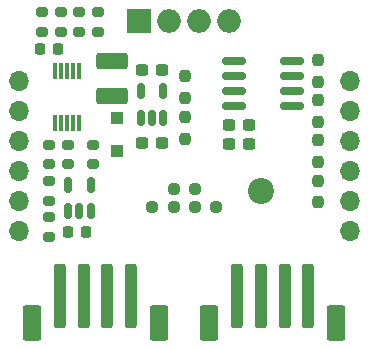
<source format=gts>
G04 #@! TF.GenerationSoftware,KiCad,Pcbnew,7.0.1*
G04 #@! TF.CreationDate,2023-07-17T03:26:51+02:00*
G04 #@! TF.ProjectId,RS485_interface,52533438-355f-4696-9e74-657266616365,2*
G04 #@! TF.SameCoordinates,Original*
G04 #@! TF.FileFunction,Soldermask,Top*
G04 #@! TF.FilePolarity,Negative*
%FSLAX46Y46*%
G04 Gerber Fmt 4.6, Leading zero omitted, Abs format (unit mm)*
G04 Created by KiCad (PCBNEW 7.0.1) date 2023-07-17 03:26:51*
%MOMM*%
%LPD*%
G01*
G04 APERTURE LIST*
G04 Aperture macros list*
%AMRoundRect*
0 Rectangle with rounded corners*
0 $1 Rounding radius*
0 $2 $3 $4 $5 $6 $7 $8 $9 X,Y pos of 4 corners*
0 Add a 4 corners polygon primitive as box body*
4,1,4,$2,$3,$4,$5,$6,$7,$8,$9,$2,$3,0*
0 Add four circle primitives for the rounded corners*
1,1,$1+$1,$2,$3*
1,1,$1+$1,$4,$5*
1,1,$1+$1,$6,$7*
1,1,$1+$1,$8,$9*
0 Add four rect primitives between the rounded corners*
20,1,$1+$1,$2,$3,$4,$5,0*
20,1,$1+$1,$4,$5,$6,$7,0*
20,1,$1+$1,$6,$7,$8,$9,0*
20,1,$1+$1,$8,$9,$2,$3,0*%
G04 Aperture macros list end*
%ADD10C,2.200000*%
%ADD11R,2.000000X2.000000*%
%ADD12O,2.000000X2.000000*%
%ADD13O,1.700000X1.700000*%
%ADD14RoundRect,0.225000X0.225000X0.250000X-0.225000X0.250000X-0.225000X-0.250000X0.225000X-0.250000X0*%
%ADD15RoundRect,0.225000X-0.225000X-0.250000X0.225000X-0.250000X0.225000X0.250000X-0.225000X0.250000X0*%
%ADD16R,0.300000X1.400000*%
%ADD17RoundRect,0.150000X0.150000X-0.512500X0.150000X0.512500X-0.150000X0.512500X-0.150000X-0.512500X0*%
%ADD18RoundRect,0.200000X0.275000X-0.200000X0.275000X0.200000X-0.275000X0.200000X-0.275000X-0.200000X0*%
%ADD19RoundRect,0.200000X-0.275000X0.200000X-0.275000X-0.200000X0.275000X-0.200000X0.275000X0.200000X0*%
%ADD20RoundRect,0.250000X0.550000X1.250000X-0.550000X1.250000X-0.550000X-1.250000X0.550000X-1.250000X0*%
%ADD21RoundRect,0.250000X0.250000X2.500000X-0.250000X2.500000X-0.250000X-2.500000X0.250000X-2.500000X0*%
%ADD22RoundRect,0.237500X-0.300000X-0.237500X0.300000X-0.237500X0.300000X0.237500X-0.300000X0.237500X0*%
%ADD23RoundRect,0.237500X0.250000X0.237500X-0.250000X0.237500X-0.250000X-0.237500X0.250000X-0.237500X0*%
%ADD24RoundRect,0.237500X0.237500X-0.250000X0.237500X0.250000X-0.237500X0.250000X-0.237500X-0.250000X0*%
%ADD25RoundRect,0.250000X0.300000X-0.300000X0.300000X0.300000X-0.300000X0.300000X-0.300000X-0.300000X0*%
%ADD26RoundRect,0.150000X0.825000X0.150000X-0.825000X0.150000X-0.825000X-0.150000X0.825000X-0.150000X0*%
%ADD27RoundRect,0.250001X-1.074999X0.462499X-1.074999X-0.462499X1.074999X-0.462499X1.074999X0.462499X0*%
G04 APERTURE END LIST*
D10*
X113940001Y-62217920D03*
D11*
X103630001Y-47755420D03*
D12*
X106170001Y-47755420D03*
D13*
X93440001Y-52835420D03*
X93440001Y-55375420D03*
X93440001Y-57915420D03*
X93440001Y-60455420D03*
X93440001Y-62995420D03*
X93440001Y-65535420D03*
X121440001Y-65535420D03*
X121440001Y-62995420D03*
X121440001Y-60455420D03*
X121440001Y-57915420D03*
X121440001Y-55375420D03*
X121440001Y-52835420D03*
D12*
X108710001Y-47755420D03*
X111250001Y-47755420D03*
D14*
X96750301Y-50189978D03*
X95200301Y-50189978D03*
D15*
X97572501Y-65667920D03*
X99122501Y-65667920D03*
D16*
X98525301Y-52014978D03*
X98025301Y-52014978D03*
X97525301Y-52014978D03*
X97025301Y-52014978D03*
X96525301Y-52014978D03*
X96525301Y-56414978D03*
X97025301Y-56414978D03*
X97525301Y-56414978D03*
X98025301Y-56414978D03*
X98525301Y-56414978D03*
D17*
X97622501Y-63917920D03*
X98572501Y-63917920D03*
X99522501Y-63917920D03*
X99522501Y-61642920D03*
X97622501Y-61642920D03*
D18*
X95975301Y-62989978D03*
X95975301Y-61339978D03*
D19*
X98550301Y-48714978D03*
X98550301Y-47064978D03*
D18*
X100125301Y-47064978D03*
X100125301Y-48714978D03*
D19*
X96975301Y-48714978D03*
X96975301Y-47064978D03*
D18*
X95400301Y-47064978D03*
X95400301Y-48714978D03*
X99747501Y-59914978D03*
X99747501Y-58264978D03*
X97600301Y-59914978D03*
X97600301Y-58264978D03*
X95972501Y-66067920D03*
X95972501Y-64417920D03*
X95975301Y-59914978D03*
X95975301Y-58264978D03*
D20*
X94535001Y-73355420D03*
X105335001Y-73355420D03*
D21*
X96935001Y-71105420D03*
X98935001Y-71105420D03*
X100935001Y-71105420D03*
X102935001Y-71105420D03*
D20*
X109535001Y-73355420D03*
X120335001Y-73355420D03*
D21*
X111935001Y-71105420D03*
X113935001Y-71105420D03*
X115935001Y-71105420D03*
X117935001Y-71105420D03*
D22*
X103875301Y-51974978D03*
X105600301Y-51974978D03*
D23*
X108347501Y-63555420D03*
X110172501Y-63555420D03*
D24*
X107550301Y-57777478D03*
X107550301Y-55952478D03*
D25*
X101750301Y-58764978D03*
X101750301Y-55964978D03*
D24*
X107550301Y-54302478D03*
X107550301Y-52477478D03*
D26*
X116600301Y-54944978D03*
X116600301Y-53674978D03*
X116600301Y-52404978D03*
X116600301Y-51134978D03*
X111650301Y-51134978D03*
X111650301Y-52404978D03*
X111650301Y-53674978D03*
X111650301Y-54944978D03*
D24*
X118750301Y-51102478D03*
X118750301Y-52927478D03*
X118750301Y-54502478D03*
X118750301Y-56327478D03*
D23*
X106537501Y-61990420D03*
X108362501Y-61990420D03*
D22*
X111200301Y-56569978D03*
X112925301Y-56569978D03*
X111200301Y-58209978D03*
X112925301Y-58209978D03*
D27*
X101325301Y-51177478D03*
X101325301Y-54152478D03*
D23*
X104722501Y-63550420D03*
X106547501Y-63550420D03*
D24*
X118750301Y-61302478D03*
X118750301Y-63127478D03*
D22*
X103862801Y-58139978D03*
X105587801Y-58139978D03*
D17*
X103775301Y-55989978D03*
X104725301Y-55989978D03*
X105675301Y-55989978D03*
X105675301Y-53714978D03*
X103775301Y-53714978D03*
D24*
X118750301Y-59727478D03*
X118750301Y-57902478D03*
M02*

</source>
